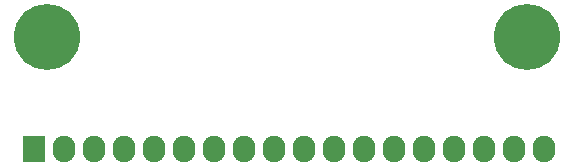
<source format=gbr>
G04 #@! TF.FileFunction,Soldermask,Bot*
%FSLAX46Y46*%
G04 Gerber Fmt 4.6, Leading zero omitted, Abs format (unit mm)*
G04 Created by KiCad (PCBNEW 4.0.2-stable) date 12/13/2016 12:23:09 PM*
%MOMM*%
G01*
G04 APERTURE LIST*
%ADD10C,0.100000*%
%ADD11R,1.927200X2.232000*%
%ADD12O,1.927200X2.232000*%
%ADD13C,5.600000*%
G04 APERTURE END LIST*
D10*
D11*
X148501100Y-105003600D03*
D12*
X151041100Y-105003600D03*
X153581100Y-105003600D03*
X156121100Y-105003600D03*
X158661100Y-105003600D03*
X161201100Y-105003600D03*
X163741100Y-105003600D03*
X166281100Y-105003600D03*
X168821100Y-105003600D03*
X171361100Y-105003600D03*
X173901100Y-105003600D03*
X176441100Y-105003600D03*
X178981100Y-105003600D03*
X181521100Y-105003600D03*
X184061100Y-105003600D03*
X186601100Y-105003600D03*
X189141100Y-105003600D03*
X191681100Y-105003600D03*
D13*
X149606000Y-95504000D03*
X190246000Y-95504000D03*
M02*

</source>
